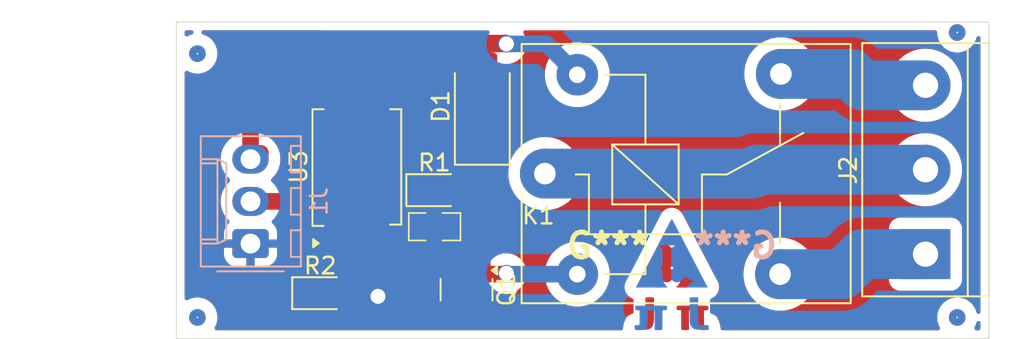
<source format=kicad_pcb>
(kicad_pcb (version 20240108) (generator "pcbnew") (generator_version "8.0")
  (layers (0 "F.Cu" signal) (31 "B.Cu" signal) (34 "B.Paste" user) (35 "F.Paste" user) (36 "B.SilkS" user "B.Silkscreen") (37 "F.SilkS" user "F.Silkscreen") (38 "B.Mask" user) (39 "F.Mask" user) (44 "Edge.Cuts" user))
  (net 0 "")
  (net 1 "+5V")
  (net 2 "Net-(D1-A)")
  (net 3 "GND")
  (net 4 "Net-(J2-Pad1)")
  (net 5 "Net-(J2-Pad2)")
  (net 6 "Net-(J2-Pad3)")
  (net 7 "Net-(Q1-B)")
  (net 8 "Net-(R1-Pad1)")
  (net 9 "Net-(R2-Pad2)")
  (net 10 "Net-(J1-Pad2)")
  (footprint "Package_TO_SOT_SMD:SOT-23" (layer "F.Cu") (at 132.4 122.7925 -90)
    (property "Reference" "Q1" (at 0 -2.4 90) (layer "F.SilkS"))
    (property "Value" "BC337")
    (pad "1" smd roundrect (at -0.9375 -0.95 270) (size 1.475 0.6) (layers "F.Cu" "F.Paste" "F.Mask") (net 2 "Net-(D1-A)"))
    (pad "2" smd roundrect (at -0.9375 0.95 270) (size 1.475 0.6) (layers "F.Cu" "F.Paste" "F.Mask") (net 7 "Net-(Q1-B)"))
    (pad "3" smd roundrect (at 0.9375 0 270) (size 1.475 0.6) (layers "F.Cu" "F.Paste" "F.Mask") (net 3 "GND"))
  )
  (footprint "Relay_THT:Relay_SPDT_SANYOU_SRD_Series_Form_C" (layer "F.Cu") (at 137.115 115.805)
    (property "Reference" "K1" (at -0.39 2.54 0) (layer "F.SilkS"))
    (property "Value" "RELAY_C")
    (pad "1" thru_hole circle (at 0 0 90) (size 3 3) (drill 1.3) (layers "*.Cu" "*.Mask") (net 5 "Net-(J2-Pad2)"))
    (pad "2" thru_hole circle (at 1.95 6.05 90) (size 2.5 2.5) (drill 1) (layers "*.Cu" "*.Mask") (net 2 "Net-(D1-A)"))
    (pad "3" thru_hole circle (at 14.15 6.05 90) (size 3 3) (drill 1.3) (layers "*.Cu" "*.Mask") (net 4 "Net-(J2-Pad1)"))
    (pad "4" thru_hole circle (at 14.2 -6 90) (size 3 3) (drill 1.3) (layers "*.Cu" "*.Mask") (net 6 "Net-(J2-Pad3)"))
    (pad "5" thru_hole circle (at 1.95 -5.95 90) (size 2.5 2.5) (drill 1) (layers "*.Cu" "*.Mask") (net 1 "+5V"))
  )
  (footprint "EESTN5:R_0805" (layer "F.Cu") (at 130.4475 119)
    (property "Reference" "R3" (hide yes))
    (property "Value" "10K" (hide yes))
    (pad "1" smd rect (at -0.9525 0) (size 0.889 1.397) (layers "F.Cu" "F.Paste" "F.Mask") (net 3 "GND"))
    (pad "2" smd rect (at 0.9525 0) (size 0.889 1.397) (layers "F.Cu" "F.Paste" "F.Mask") (net 7 "Net-(Q1-B)"))
  )
  (footprint "Diode_SMD:D_0805_2012Metric" (layer "F.Cu") (at 123.5925 123)
    (property "Reference" "R2" (at 0 -1.65 0) (layer "F.SilkS"))
    (property "Value" "220")
    (pad "1" smd roundrect (at -0.9375 0) (size 0.975 1.4) (layers "F.Cu" "F.Paste" "F.Mask") (net 10 "Net-(J1-Pad2)"))
    (pad "2" smd roundrect (at 0.9375 0) (size 0.975 1.4) (layers "F.Cu" "F.Paste" "F.Mask") (net 9 "Net-(R2-Pad2)"))
  )
  (footprint "Diode_SMD:D_0805_2012Metric" (layer "F.Cu") (at 130.4625 116.8)
    (property "Reference" "R1" (at 0 -1.65 0) (layer "F.SilkS"))
    (property "Value" "1K")
    (pad "1" smd roundrect (at -0.9375 0) (size 0.975 1.4) (layers "F.Cu" "F.Paste" "F.Mask") (net 8 "Net-(R1-Pad1)"))
    (pad "2" smd roundrect (at 0.9375 0) (size 0.975 1.4) (layers "F.Cu" "F.Paste" "F.Mask") (net 7 "Net-(Q1-B)"))
  )
  (footprint "TerminalBlock:TerminalBlock_bornier-3_P5.08mm" (layer "F.Cu") (at 160.02 120.65 90)
    (property "Reference" "J2" (at 5.05 -4.65 90) (layer "F.SilkS"))
    (property "Value" "TB_1X3")
    (pad "1" thru_hole rect (at 0 0 90) (size 3 3) (drill 1.52) (layers "*.Cu" "*.Mask") (net 4 "Net-(J2-Pad1)"))
    (pad "2" thru_hole circle (at 5.08 0 90) (size 3 3) (drill 1.52) (layers "*.Cu" "*.Mask") (net 5 "Net-(J2-Pad2)"))
    (pad "3" thru_hole circle (at 10.16 0 90) (size 3 3) (drill 1.52) (layers "*.Cu" "*.Mask") (net 6 "Net-(J2-Pad3)"))
  )
  (footprint "Package_SO:SSO-4_6.7x5.1mm_P2.54mm_Clearance8mm" (layer "F.Cu") (at 125.8 115.4 90)
    (property "Reference" "U3" (at 0 -3.5 90) (layer "F.SilkS"))
    (property "Value" "PC817")
    (pad "1" smd rect (at -4.75 -1.27 90) (size 1.5 1.5) (layers "F.Cu" "F.Paste" "F.Mask") (net 9 "Net-(R2-Pad2)"))
    (pad "2" smd rect (at -4.75 1.27 90) (size 1.5 1.5) (layers "F.Cu" "F.Paste" "F.Mask") (net 3 "GND"))
    (pad "3" smd rect (at 4.75 1.27 90) (size 1.5 1.5) (layers "F.Cu" "F.Paste" "F.Mask") (net 8 "Net-(R1-Pad1)"))
    (pad "4" smd rect (at 4.75 -1.27 90) (size 1.5 1.5) (layers "F.Cu" "F.Paste" "F.Mask") (net 1 "+5V"))
  )
  (footprint "Diode_SMD:D_SMA" (layer "F.Cu") (at 133.35 111.76 90)
    (property "Reference" "D1" (at 0 -2.5 90) (layer "F.SilkS"))
    (property "Value" "DIODE")
    (pad "1" smd roundrect (at -2 0 90) (size 2.5 1.8) (layers "F.Cu" "F.Paste" "F.Mask") (roundrect_rratio 0.1388888889) (net 2 "Net-(D1-A)"))
    (pad "2" smd roundrect (at 2 0 90) (size 2.5 1.8) (layers "F.Cu" "F.Paste" "F.Mask") (roundrect_rratio 0.1388888889) (net 1 "+5V"))
  )
  (footprint "Imagenes:Logo_Cobre_4.8mm_7mm" (layer "F.Cu") (at 144.72368 121.920666)
    (property "Reference" "G***" (at -3.81 -1.778 360) (layer "F.SilkS") (effects (font (size 1.5 1.5) (thickness 0.3))))
    (property "Value" "LOGO" (hide yes))
    (fp_poly (pts (xy -1.31985 1.327241) (xy -1.299041 1.327452) (xy -1.232725 1.328264) (xy -1.181208 1.329115) (xy -1.142403 1.330189) (xy -1.114221 1.331672) (xy -1.094575 1.333749) (xy -1.081377 1.336605) (xy -1.072539 1.340426) (xy -1.065972 1.345396) (xy -1.062854 1.348405) (xy -1.044416 1.366857) (xy -1.041564 1.888831) (xy -1.040919 2.0482) (xy -1.040846 2.191605) (xy -1.041386 2.319966) (xy -1.042584 2.434197) (xy -1.044482 2.535218) (xy -1.047122 2.623945) (xy -1.050548 2.701295) (xy -1.054803 2.768185) (xy -1.059929 2.825533) (xy -1.065969 2.874256) (xy -1.072966 2.915271) (xy -1.080963 2.949496) (xy -1.090003 2.977846) (xy -1.092787 2.985007) (xy -1.130151 3.063691) (xy -1.173107 3.12761) (xy -1.223544 3.178477) (xy -1.283352 3.218004) (xy -1.354421 3.247904) (xy -1.396421 3.260206) (xy -1.430058 3.266822) (xy -1.475918 3.272915) (xy -1.529333 3.277955) (xy -1.580319 3.281165) (xy -1.624689 3.283725) (xy -1.662818 3.286774) (xy -1.691641 3.29) (xy -1.708091 3.293092) (xy -1.710676 3.29441) (xy -1.720516 3.297058) (xy -1.7444 3.298955) (xy -1.779499 3.300139) (xy -1.822988 3.300647) (xy -1.87204 3.300518) (xy -1.923828 3.299789) (xy -1.975524 3.298498) (xy -2.024303 3.296682) (xy -2.067338 3.294379) (xy -2.101801 3.291628) (xy -2.122555 3.288909) (xy -2.152395 3.282304) (xy -2.175395 3.274967) (xy -2.186675 3.26846) (xy -2.186759 3.268332) (xy -2.191426 3.252295) (xy -2.195039 3.223813) (xy -2.197484 3.187302) (xy -2.198645 3.147181) (xy -2.198408 3.107866) (xy -2.196658 3.073775) (xy -2.19328 3.049323) (xy -2.192526 3.046408) (xy -2.182097 3.010339) (xy -1.933352 3.00491) (xy -1.84696 3.0027) (xy -1.775931 3.000091) (xy -1.718741 2.996922) (xy -1.673867 2.993031) (xy -1.639786 2.988256) (xy -1.614973 2.982436) (xy -1.597905 2.975408) (xy -1.588269 2.968285) (xy -1.584214 2.958921) (xy -1.580557 2.938983) (xy -1.577284 2.907925) (xy -1.574382 2.8652) (xy -1.571836 2.810262) (xy -1.569634 2.742565) (xy -1.567762 2.661562) (xy -1.566206 2.566708) (xy -1.564953 2.457456) (xy -1.563988 2.33326) (xy -1.563299 2.193573) (xy -1.562871 2.037851) (xy -1.562742 1.944056) (xy -1.562167 1.342202) (xy -1.539479 1.333576) (xy -1.523344 1.33088) (xy -1.491823 1.328861) (xy -1.446407 1.327556) (xy -1.388586 1.327004)) (fill solid) (layer "F.Cu"))
    (fp_poly (pts (xy 1.040486 1.825301) (xy 1.158606 1.825482) (xy 1.281273 1.825759) (xy 1.283511 1.825765) (xy 1.432825 1.826196) (xy 1.566073 1.826665) (xy 1.684076 1.827184) (xy 1.787656 1.827765) (xy 1.877635 1.82842) (xy 1.954834 1.82916) (xy 2.020076 1.829997) (xy 2.074181 1.830943) (xy 2.117972 1.832009) (xy 2.152271 1.833208) (xy 2.177899 1.83455) (xy 2.195678 1.836049) (xy 2.206429 1.837715) (xy 2.210256 1.839011) (xy 2.217938 1.844229) (xy 2.223212 1.851517) (xy 2.226529 1.863812) (xy 2.228341 1.88405) (xy 2.229099 1.915169) (xy 2.229255 1.960105) (xy 2.229256 1.962528) (xy 2.228827 2.011433) (xy 2.227382 2.045889) (xy 2.224685 2.068315) (xy 2.2205 2.081133) (xy 2.217266 2.085144) (xy 2.203934 2.090391) (xy 2.178239 2.096129) (xy 2.144648 2.101447) (xy 2.126491 2.103642) (xy 2.070222 2.109852) (xy 2.028586 2.114837) (xy 1.999413 2.119063) (xy 1.980532 2.122994) (xy 1.969773 2.127096) (xy 1.964966 2.131835) (xy 1.96394 2.137674) (xy 1.963969 2.138481) (xy 1.964138 2.149672) (xy 1.96435 2.176046) (xy 1.964598 2.215895) (xy 1.964873 2.267515) (xy 1.965165 2.329199) (xy 1.965468 2.399242) (xy 1.965771 2.475936) (xy 1.966067 2.557577) (xy 1.96608 2.561185) (xy 1.966488 2.65774) (xy 1.967018 2.738739) (xy 1.967711 2.805516) (xy 1.968609 2.859403) (xy 1.969753 2.901732) (xy 1.971185 2.933837) (xy 1.972947 2.957051) (xy 1.975079 2.972705) (xy 1.977624 2.982134) (xy 1.979302 2.98527) (xy 1.986903 2.992561) (xy 1.999309 2.997728) (xy 2.019693 3.001387) (xy 2.05123 3.004155) (xy 2.086965 3.006158) (xy 2.138493 3.009362) (xy 2.175607 3.01423) (xy 2.20078 3.022464) (xy 2.216486 3.035767) (xy 2.225197 3.055842) (xy 2.229388 3.084391) (xy 2.230702 3.105091) (xy 2.23389 3.141827) (xy 2.238882 3.165117) (xy 2.244272 3.172969) (xy 2.253562 3.183748) (xy 2.254297 3.203437) (xy 2.247319 3.226917) (xy 2.233471 3.249065) (xy 2.231367 3.251413) (xy 2.220115 3.262475) (xy 2.208521 3.269934) (xy 2.192802 3.274798) (xy 2.169178 3.278072) (xy 2.133867 3.280762) (xy 2.117064 3.281812) (xy 2.079545 3.284739) (xy 2.04862 3.288346) (xy 2.027966 3.292129) (xy 2.021316 3.29493) (xy 2.012122 3.296818) (xy 2.004782 3.292635) (xy 1.987066 3.286884) (xy 1.969647 3.288391) (xy 1.938221 3.294174) (xy 1.908605 3.296657) (xy 1.886383 3.295559) (xy 1.878823 3.292994) (xy 1.867358 3.290069) (xy 1.842881 3.286774) (xy 1.809249 3.283556) (xy 1.778639 3.281356) (xy 1.731063 3.277538) (xy 1.696184 3.272406) (xy 1.669818 3.265157) (xy 1.651484 3.257002) (xy 1.610964 3.228551) (xy 1.572774 3.189203) (xy 1.542001 3.144725) (xy 1.529557 3.118848) (xy 1.522935 3.097179) (xy 1.517027 3.067028) (xy 1.511774 3.027421) (xy 1.507114 2.977383) (xy 1.502991 2.915939) (xy 1.499343 2.842115) (xy 1.496112 2.754937) (xy 1.493239 2.653429) (xy 1.490663 2.536617) (xy 1.489181 2.455519) (xy 1.487542 2.366779) (xy 1.4859 2.293709) (xy 1.484197 2.235091) (xy 1.482373 2.189706) (xy 1.48037 2.156335) (xy 1.47813 2.13376) (xy 1.475593 2.120764) (xy 1.472836 2.116171) (xy 1.461581 2.114746) (xy 1.436051 2.113046) (xy 1.398852 2.111196) (xy 1.352593 2.109318) (xy 1.299882 2.107538) (xy 1.277868 2.106889) (xy 1.216385 2.105286) (xy 1.169535 2.104468) (xy 1.135079 2.104527) (xy 1.110775 2.105555) (xy 1.094382 2.107644) (xy 1.083662 2.110887) (xy 1.076629 2.115168) (xy 1.07331 2.118149) (xy 1.070464 2.122206) (xy 1.068062 2.128558) (xy 1.066072 2.138419) (xy 1.064467 2.153007) (xy 1.063214 2.173539) (xy 1.062286 2.20123) (xy 1.061652 2.237298) (xy 1.061282 2.282958) (xy 1.061146 2.339428) (xy 1.061214 2.407924) (xy 1.061458 2.489662) (xy 1.061845 2.585859) (xy 1.062347 2.697343) (xy 1.064952 3.266032) (xy 1.039933 3.283847) (xy 1.030764 3.289754) (xy 1.020511 3.294174) (xy 1.006754 3.297306) (xy 0.987072 3.299351) (xy 0.959043 3.30051) (xy 0.920247 3.300983) (xy 0.868263 3.300969) (xy 0.834667 3.300834) (xy 0.762573 3.300036) (xy 0.706911 3.298364) (xy 0.667251 3.295795) (xy 0.643158 3.292305) (xy 0.636323 3.28995) (xy 0.627442 3.285363) (xy 0.619801 3.281381) (xy 0.613307 3.276778) (xy 0.607868 3.270332) (xy 0.60339 3.260818) (xy 0.599781 3.247013) (xy 0.596948 3.227692) (xy 0.594798 3.201631) (xy 0.593239 3.167607) (xy 0.592177 3.124396) (xy 0.591521 3.070774) (xy 0.591176 3.005516) (xy 0.591051 2.9274) (xy 0.591052 2.8352) (xy 0.591087 2.727693) (xy 0.591091 2.693253) (xy 0.591047 2.579751) (xy 0.590901 2.481985) (xy 0.590627 2.398805) (xy 0.590202 2.329059) (xy 0.589602 2.271596) (xy 0.588801 2.225264) (xy 0.587776 2.188912) (xy 0.586503 2.161388) (xy 0.584958 2.141542) (xy 0.583115 2.128222) (xy 0.580951 2.120275) (xy 0.578961 2.117003) (xy 0.567817 2.111295) (xy 0.545975 2.106916) (xy 0.511447 2.103606) (xy 0.46224 2.101103) (xy 0.456075 2.100874) (xy 0.405327 2.098454) (xy 0.369427 2.095265) (xy 0.346342 2.091041) (xy 0.334039 2.085512) (xy 0.33313 2.084687) (xy 0.325972 2.069152) (xy 0.320304 2.038024) (xy 0.316022 1.990714) (xy 0.315607 1.984106) (xy 0.31426 1.925009) (xy 0.31849 1.880838) (xy 0.328589 1.850476) (xy 0.344846 1.83281) (xy 0.356209 1.828176) (xy 0.367151 1.82755) (xy 0.393859 1.82699) (xy 0.435212 1.826502) (xy 0.490087 1.826086) (xy 0.557363 1.825747) (xy 0.635918 1.825488) (xy 0.724629 1.825311) (xy 0.822376 1.825218) (xy 0.928035 1.825214)) (fill solid) (layer "F.Cu"))
    (fp_poly (pts (xy 0.033658 -3.353645) (xy 0.05129 -3.336313) (xy 0.072031 -3.305473) (xy 0.097224 -3.260625) (xy 0.128208 -3.201266) (xy 0.137353 -3.183444) (xy 0.167323 -3.125013) (xy 0.20155 -3.058374) (xy 0.236541 -2.990322) (xy 0.268803 -2.927652) (xy 0.280587 -2.904787) (xy 0.307802 -2.851957) (xy 0.340015 -2.789343) (xy 0.374528 -2.722197) (xy 0.408644 -2.655766) (xy 0.439011 -2.596576) (xy 0.464326 -2.547365) (xy 0.487289 -2.503044) (xy 0.50671 -2.465881) (xy 0.521401 -2.438147) (xy 0.530172 -2.422111) (xy 0.53192 -2.419249) (xy 0.537937 -2.40901) (xy 0.550092 -2.386731) (xy 0.566789 -2.355385) (xy 0.586435 -2.317946) (xy 0.593039 -2.305252) (xy 0.614772 -2.263643) (xy 0.635507 -2.224406) (xy 0.653138 -2.191493) (xy 0.66556 -2.168856) (xy 0.667226 -2.165924) (xy 0.678687 -2.145243) (xy 0.695616 -2.113798) (xy 0.715743 -2.075838) (xy 0.736801 -2.035612) (xy 0.737099 -2.03504) (xy 0.757457 -1.996361) (xy 0.776301 -1.96143) (xy 0.791621 -1.933918) (xy 0.801407 -1.917496) (xy 0.801856 -1.916822) (xy 0.824816 -1.873193) (xy 0.839881 -1.825142) (xy 0.840719 -1.820807) (xy 0.8487 -1.799164) (xy 0.863425 -1.773957) (xy 0.869241 -1.766033) (xy 0.879471 -1.750379) (xy 0.895974 -1.72195) (xy 0.917479 -1.683082) (xy 0.942714 -1.63611) (xy 0.970408 -1.583368) (xy 0.998677 -1.528391) (xy 1.044711 -1.438048) (xy 1.085589 -1.358135) (xy 1.123721 -1.283985) (xy 1.161517 -1.210929) (xy 1.201386 -1.134299) (xy 1.245738 -1.049427) (xy 1.259168 -1.02378) (xy 1.290572 -0.963822) (xy 1.31786 -0.911704) (xy 1.342239 -0.86511) (xy 1.364917 -0.821725) (xy 1.3871 -0.779233) (xy 1.409996 -0.73532) (xy 1.434812 -0.687668) (xy 1.462757 -0.633964) (xy 1.495037 -0.571891) (xy 1.532859 -0.499134) (xy 1.570647 -0.426429) (xy 1.591286 -0.386582) (xy 1.610101 -0.350005) (xy 1.625194 -0.320406) (xy 1.634664 -0.301497) (xy 1.635504 -0.299767) (xy 1.647141 -0.276352) (xy 1.657022 -0.257546) (xy 1.664346 -0.243823) (xy 1.677599 -0.21857) (xy 1.694962 -0.185266) (xy 1.714617 -0.147388) (xy 1.716603 -0.14355) (xy 1.738986 -0.100488) (xy 1.761813 -0.056887) (xy 1.782276 -0.018097) (xy 1.796437 0.008444) (xy 1.826323 0.064288) (xy 1.862396 0.132345) (xy 1.903163 0.209786) (xy 1.947131 0.293785) (xy 1.953232 0.305475) (xy 1.973786 0.344362) (xy 1.993624 0.381002) (xy 2.010303 0.410931) (xy 2.020266 0.427915) (xy 2.03356 0.451295) (xy 2.05051 0.483738) (xy 2.067828 0.518913) (xy 2.070779 0.525151) (xy 2.090466 0.564066) (xy 2.113369 0.604954) (xy 2.134702 0.639291) (xy 2.135717 0.640795) (xy 2.15831 0.677748) (xy 2.168599 0.704382) (xy 2.16682 0.721689) (xy 2.15679 0.729516) (xy 2.14628 0.730379) (xy 2.120293 0.731198) (xy 2.080237 0.731958) (xy 2.027522 0.732648) (xy 1.963558 0.733255) (xy 1.889756 0.733768) (xy 1.807525 0.734174) (xy 1.718275 0.734461) (xy 1.623416 0.734616) (xy 1.566249 0.734641) (xy 1.468574 0.734732) (xy 1.375534 0.734994) (xy 1.288559 0.735413) (xy 1.209078 0.735973) (xy 1.138521 0.736659) (xy 1.078319 0.737456) (xy 1.029901 0.738348) (xy 0.994696 0.739321) (xy 0.974135 0.740359) (xy 0.969516 0.740974) (xy 0.956825 0.742303) (xy 0.929259 0.743313) (xy 0.888827 0.74399) (xy 0.837539 0.744323) (xy 0.777405 0.744297) (xy 0.710436 0.743902) (xy 0.638641 0.743123) (xy 0.635835 0.743085) (xy 0.54584 0.741693) (xy 0.471857 0.740133) (xy 0.413008 0.738367) (xy 0.368419 0.736356) (xy 0.337212 0.734062) (xy 0.318511 0.731448) (xy 0.311776 0.728926) (xy 0.304973 0.711151) (xy 0.313608 0.687203) (xy 0.337519 0.657382) (xy 0.363653 0.632831) (xy 0.417856 0.576652) (xy 0.465861 0.509061) (xy 0.504684 0.435146) (xy 0.531337 0.359993) (xy 0.536385 0.338593) (xy 0.543979 0.303027) (xy 0.551821 0.268154) (xy 0.556882 0.24694) (xy 0.567779 0.192745) (xy 0.577004 0.125704) (xy 0.584191 0.049808) (xy 0.588973 -0.030952) (xy 0.590983 -0.112584) (xy 0.591023 -0.12438) (xy 0.591527 -0.18781) (xy 0.593436 -0.236873) (xy 0.597445 -0.274076) (xy 0.604248 -0.301926) (xy 0.614542 -0.32293) (xy 0.629021 -0.339594) (xy 0.64838 -0.354426) (xy 0.656217 -0.359509) (xy 0.686769 -0.37975) (xy 0.705288 -0.39532) (xy 0.71463 -0.409519) (xy 0.717651 -0.425647) (xy 0.717753 -0.430616) (xy 0.715037 -0.445086) (xy 0.705383 -0.461077) (xy 0.686526 -0.481535) (xy 0.659299 -0.506657) (xy 0.632733 -0.531138) (xy 0.61091 -0.552861) (xy 0.597112 -0.568489) (xy 0.594351 -0.572738) (xy 0.591616 -0.586417) (xy 0.589019 -0.613084) (xy 0.586859 -0.648843) (xy 0.585473 -0.688198) (xy 0.584878 -0.71289) (xy 0.584383 -0.733686) (xy 0.584005 -0.752311) (xy 0.58376 -0.77049) (xy 0.583663 -0.789949) (xy 0.583729 -0.812412) (xy 0.583976 -0.839605) (xy 0.584419 -0.873253) (xy 0.585074 -0.915082) (xy 0.585956 -0.966817) (xy 0.587082 -1.030182) (xy 0.588467 -1.106904) (xy 0.590128 -1.198708) (xy 0.590211 -1.203291) (xy 0.591846 -1.296347) (xy 0.593369 -1.374242) (xy 0.595179 -1.438698) (xy 0.597679 -1.491434) (xy 0.601269 -1.534171) (xy 0.606352 -1.568629) (xy 0.613327 -1.596528) (xy 0.622598 -1.619589) (xy 0.634564 -1.639532) (xy 0.649628 -1.658077) (xy 0.66819 -1.676944) (xy 0.690652 -1.697854) (xy 0.709661 -1.715322) (xy 0.740299 -1.744422) (xy 0.765553 -1.769865) (xy 0.783227 -1.789325) (xy 0.791121 -1.800475) (xy 0.791288 -1.801768) (xy 0.781878 -1.80491) (xy 0.757021 -1.807005) (xy 0.718128 -1.807995) (xy 0.666611 -1.807823) (xy 0.649686 -1.807551) (xy 0.608351 -1.806916) (xy 0.553147 -1.806267) (xy 0.487093 -1.805631) (xy 0.413209 -1.80503) (xy 0.334515 -1.804491) (xy 0.254028 -1.804039) (xy 0.185772 -1.803737) (xy 0.113007 -1.803287) (xy 0.045354 -1.802535) (xy -0.015283 -1.801527) (xy -0.066998 -1.80031) (xy -0.107886 -1.79893) (xy -0.136043 -1.797432) (xy -0.149564 -1.795864) (xy -0.150302 -1.795574) (xy -0.153551 -1.786106) (xy -0.142757 -1.772515) (xy -0.119766 -1.756406) (xy -0.086423 -1.739384) (xy -0.084845 -1.738682) (xy -0.049158 -1.719461) (xy -0.020256 -1.694913) (xy 0.005284 -1.661359) (xy 0.030884 -1.615116) (xy 0.031832 -1.613204) (xy 0.063331 -1.549501) (xy 0.063331 -1.085073) (xy 0.063375 -0.981296) (xy 0.063373 -0.892933) (xy 0.063129 -0.818512) (xy 0.062444 -0.75656) (xy 0.061122 -0.705605) (xy 0.058965 -0.664173) (xy 0.055774 -0.630792) (xy 0.051354 -0.603988) (xy 0.045505 -0.582289) (xy 0.038031 -0.564223) (xy 0.028733 -0.548315) (xy 0.017415 -0.533095) (xy 0.003878 -0.517087) (xy -0.012074 -0.498821) (xy -0.015907 -0.494376) (xy -0.037219 -0.468323) (xy -0.054128 -0.445384) (xy -0.063461 -0.42991) (xy -0.064068 -0.428329) (xy -0.062301 -0.408487) (xy -0.046319 -0.389828) (xy -0.018739 -0.374946) (xy -0.006132 -0.37092) (xy 0.020649 -0.360269) (xy 0.043266 -0.34572) (xy 0.046028 -0.343171) (xy 0.051953 -0.336558) (xy 0.056561 -0.32859) (xy 0.06009 -0.317079) (xy 0.062778 -0.29984) (xy 0.064865 -0.274686) (xy 0.066588 -0.239429) (xy 0.068187 -0.191884) (xy 0.0699 -0.129864) (xy 0.070089 -0.122664) (xy 0.071837 -0.034027) (xy 0.071744 0.039863) (xy 0.069441 0.10108) (xy 0.06456 0.151702) (xy 0.056732 0.193804) (xy 0.045586 0.229462) (xy 0.030755 0.260752) (xy 0.011868 0.289751) (xy -0.007559 0.314044) (xy -0.031281 0.335681) (xy -0.064789 0.358637) (xy -0.103335 0.380419) (xy -0.142171 0.398537) (xy -0.176548 0.410499) (xy -0.197991 0.413965) (xy -0.224792 0.416136) (xy -0.253547 0.421091) (xy -0.254032 0.421203) (xy -0.301886 0.424761) (xy -0.357524 0.416105) (xy -0.418283 0.396289) (xy -0.481499 0.366368) (xy -0.544507 0.327396) (xy -0.600345 0.284159) (xy -0.638414 0.249027) (xy -0.666455 0.216738) (xy -0.689097 0.181744) (xy -0.695323 0.170278) (xy -0.711486 0.141801) (xy -0.72634 0.119566) (xy -0.737121 0.107635) (xy -0.738553 0.106839) (xy -0.751323 0.108608) (xy -0.773939 0.117593) (xy -0.801979 0.131973) (xy -0.808102 0.135483) (xy -0.835974 0.151281) (xy -0.858329 0.163045) (xy -0.871131 0.168676) (xy -0.872265 0.168883) (xy -0.883175 0.172163) (xy -0.90431 0.180667) (xy -0.925425 0.189994) (xy -0.950526 0.201198) (xy -0.96883 0.208853) (xy -0.975514 0.211104) (xy -0.984511 0.214368) (xy -1.004889 0.223033) (xy -1.032701 0.235407) (xy -1.040705 0.239042) (xy -1.078175 0.256041) (xy -1.122791 0.276147) (xy -1.166259 0.295627) (xy -1.175847 0.299905) (xy -1.215951 0.319226) (xy -1.240393 0.335105) (xy -1.24975 0.34875) (xy -1.244595 0.361368) (xy -1.225503 0.374165) (xy -1.213846 0.379715) (xy -1.185 0.395208) (xy -1.155779 0.41685) (xy -1.123739 0.446846) (xy -1.086438 0.487398) (xy -1.05931 0.519153) (xy -1.028734 0.55311) (xy -0.994787 0.586812) (xy -0.963033 0.614865) (xy -0.951089 0.624102) (xy -0.924486 0.64414) (xy -0.902568 0.661997) (xy -0.889681 0.674117) (xy -0.889015 0.674929) (xy -0.879762 0.695216) (xy -0.880197 0.715066) (xy -0.889856 0.72811) (xy -0.892969 0.729376) (xy -0.903691 0.73013) (xy -0.929908 0.730915) (xy -0.970225 0.731715) (xy -1.023247 0.732514) (xy -1.08758 0.733296) (xy -1.161831 0.734045) (xy -1.244603 0.734747) (xy -1.334505 0.735383) (xy -1.43014 0.73594) (xy -1.500711 0.736278) (xy -2.093677 0.738863) (xy -2.112003 0.720538) (xy -2.130329 0.702213) (xy -2.095103 0.650607) (xy -2.082379 0.631708) (xy -2.070402 0.613146) (xy -2.058206 0.593144) (xy -2.044825 0.569928) (xy -2.029294 0.54172) (xy -2.010646 0.506747) (xy -1.987915 0.463231) (xy -1.960137 0.409398) (xy -1.926345 0.343471) (xy -1.899692 0.291323) (xy -1.86825 0.229831) (xy -1.83623 0.167329) (xy -1.805345 0.107152) (xy -1.777307 0.052632) (xy -1.753827 0.007101) (xy -1.739216 -0.02111) (xy -1.713356 -0.07094) (xy -1.684244 -0.127134) (xy -1.655837 -0.182045) (xy -1.636469 -0.219548) (xy -1.604179 -0.282024) (xy -1.568551 -0.350756) (xy -1.530835 -0.423353) (xy -1.492278 -0.497422) (xy -1.454128 -0.570573) (xy -1.417634 -0.640415) (xy -1.384042 -0.704557) (xy -1.354602 -0.760608) (xy -1.330562 -0.806176) (xy -1.314722 -0.835971) (xy -1.297534 -0.868354) (xy -1.275398 -0.910436) (xy -1.2511 -0.956901) (xy -1.227427 -1.002434) (xy -1.226174 -1.004854) (xy -1.200147 -1.05503) (xy -1.170984 -1.111122) (xy -1.142456 -1.165882) (xy -1.120716 -1.207513) (xy -1.094894 -1.257022) (xy -1.065612 -1.313385) (xy -1.037073 -1.368507) (xy -1.019936 -1.401729) (xy -0.995417 -1.449259) (xy -0.968319 -1.501627) (xy -0.942379 -1.551616) (xy -0.925896 -1.583278) (xy -0.868597 -1.693167) (xy -0.818195 -1.78997) (xy -0.773724 -1.875546) (xy -0.734219 -1.951756) (xy -0.698716 -2.020461) (xy -0.666249 -2.083519) (xy -0.649957 -2.115259) (xy -0.623864 -2.165992) (xy -0.597541 -2.216896) (xy -0.573066 -2.263972) (xy -0.552517 -2.303218) (xy -0.540264 -2.326363) (xy -0.521428 -2.361849) (xy -0.49804 -2.40625) (xy -0.473299 -2.453475) (xy -0.453734 -2.491024) (xy -0.428358 -2.539881) (xy -0.399776 -2.59491) (xy -0.372043 -2.648308) (xy -0.355055 -2.681017) (xy -0.314447 -2.759176) (xy -0.280483 -2.82447) (xy -0.252045 -2.87903) (xy -0.228015 -2.924992) (xy -0.207278 -2.964487) (xy -0.188714 -2.99965) (xy -0.171208 -3.032615) (xy -0.156054 -3.061004) (xy -0.131334 -3.107647) (xy -0.10291 -3.161946) (xy -0.074657 -3.216464) (xy -0.054795 -3.255219) (xy -0.032595 -3.297912) (xy -0.01399 -3.329603) (xy 0.002359 -3.349789) (xy 0.017795 -3.35797)) (fill solid) (layer "F.Cu"))
  )
  (footprint "Imagenes:Logo_Cobre_4.8mm_7mm" (layer "B.Cu") (at 144.78 121.92 180)
    (property "Reference" "G***" (at -3.81 1.778 180) (layer "B.SilkS") (effects (font (size 1.5 1.5) (thickness 0.3)) (justify mirror)))
    (property "Value" "LOGO" (hide yes))
    (fp_poly (pts (xy -1.31985 -1.327241) (xy -1.299041 -1.327452) (xy -1.232725 -1.328264) (xy -1.181208 -1.329115) (xy -1.142403 -1.330189) (xy -1.114221 -1.331672) (xy -1.094575 -1.333749) (xy -1.081377 -1.336605) (xy -1.072539 -1.340426) (xy -1.065972 -1.345396) (xy -1.062854 -1.348405) (xy -1.044416 -1.366857) (xy -1.041564 -1.888831) (xy -1.040919 -2.0482) (xy -1.040846 -2.191605) (xy -1.041386 -2.319966) (xy -1.042584 -2.434197) (xy -1.044482 -2.535218) (xy -1.047122 -2.623945) (xy -1.050548 -2.701295) (xy -1.054803 -2.768185) (xy -1.059929 -2.825533) (xy -1.065969 -2.874256) (xy -1.072966 -2.915271) (xy -1.080963 -2.949496) (xy -1.090003 -2.977846) (xy -1.092787 -2.985007) (xy -1.130151 -3.063691) (xy -1.173107 -3.12761) (xy -1.223544 -3.178477) (xy -1.283352 -3.218004) (xy -1.354421 -3.247904) (xy -1.396421 -3.260206) (xy -1.430058 -3.266822) (xy -1.475918 -3.272915) (xy -1.529333 -3.277955) (xy -1.580319 -3.281165) (xy -1.624689 -3.283725) (xy -1.662818 -3.286774) (xy -1.691641 -3.29) (xy -1.708091 -3.293092) (xy -1.710676 -3.29441) (xy -1.720516 -3.297058) (xy -1.7444 -3.298955) (xy -1.779499 -3.300139) (xy -1.822988 -3.300647) (xy -1.87204 -3.300518) (xy -1.923828 -3.299789) (xy -1.975524 -3.298498) (xy -2.024303 -3.296682) (xy -2.067338 -3.294379) (xy -2.101801 -3.291628) (xy -2.122555 -3.288909) (xy -2.152395 -3.282304) (xy -2.175395 -3.274967) (xy -2.186675 -3.26846) (xy -2.186759 -3.268332) (xy -2.191426 -3.252295) (xy -2.195039 -3.223813) (xy -2.197484 -3.187302) (xy -2.198645 -3.147181) (xy -2.198408 -3.107866) (xy -2.196658 -3.073775) (xy -2.19328 -3.049323) (xy -2.192526 -3.046408) (xy -2.182097 -3.010339) (xy -1.933352 -3.00491) (xy -1.84696 -3.0027) (xy -1.775931 -3.000091) (xy -1.718741 -2.996922) (xy -1.673867 -2.993031) (xy -1.639786 -2.988256) (xy -1.614973 -2.982436) (xy -1.597905 -2.975408) (xy -1.588269 -2.968285) (xy -1.584214 -2.958921) (xy -1.580557 -2.938983) (xy -1.577284 -2.907925) (xy -1.574382 -2.8652) (xy -1.571836 -2.810262) (xy -1.569634 -2.742565) (xy -1.567762 -2.661562) (xy -1.566206 -2.566708) (xy -1.564953 -2.457456) (xy -1.563988 -2.33326) (xy -1.563299 -2.193573) (xy -1.562871 -2.037851) (xy -1.562742 -1.944056) (xy -1.562167 -1.342202) (xy -1.539479 -1.333576) (xy -1.523344 -1.33088) (xy -1.491823 -1.328861) (xy -1.446407 -1.327556) (xy -1.388586 -1.327004)) (fill solid) (layer "B.Cu"))
    (fp_poly (pts (xy 1.040486 -1.825301) (xy 1.158606 -1.825482) (xy 1.281273 -1.825759) (xy 1.283511 -1.825765) (xy 1.432825 -1.826196) (xy 1.566073 -1.826665) (xy 1.684076 -1.827184) (xy 1.787656 -1.827765) (xy 1.877635 -1.82842) (xy 1.954834 -1.82916) (xy 2.020076 -1.829997) (xy 2.074181 -1.830943) (xy 2.117972 -1.832009) (xy 2.152271 -1.833208) (xy 2.177899 -1.83455) (xy 2.195678 -1.836049) (xy 2.206429 -1.837715) (xy 2.210256 -1.839011) (xy 2.217938 -1.844229) (xy 2.223212 -1.851517) (xy 2.226529 -1.863812) (xy 2.228341 -1.88405) (xy 2.229099 -1.915169) (xy 2.229255 -1.960105) (xy 2.229256 -1.962528) (xy 2.228827 -2.011433) (xy 2.227382 -2.045889) (xy 2.224685 -2.068315) (xy 2.2205 -2.081133) (xy 2.217266 -2.085144) (xy 2.203934 -2.090391) (xy 2.178239 -2.096129) (xy 2.144648 -2.101447) (xy 2.126491 -2.103642) (xy 2.070222 -2.109852) (xy 2.028586 -2.114837) (xy 1.999413 -2.119063) (xy 1.980532 -2.122994) (xy 1.969773 -2.127096) (xy 1.964966 -2.131835) (xy 1.96394 -2.137674) (xy 1.963969 -2.138481) (xy 1.964138 -2.149672) (xy 1.96435 -2.176046) (xy 1.964598 -2.215895) (xy 1.964873 -2.267515) (xy 1.965165 -2.329199) (xy 1.965468 -2.399242) (xy 1.965771 -2.475936) (xy 1.966067 -2.557577) (xy 1.96608 -2.561185) (xy 1.966488 -2.65774) (xy 1.967018 -2.738739) (xy 1.967711 -2.805516) (xy 1.968609 -2.859403) (xy 1.969753 -2.901732) (xy 1.971185 -2.933837) (xy 1.972947 -2.957051) (xy 1.975079 -2.972705) (xy 1.977624 -2.982134) (xy 1.979302 -2.98527) (xy 1.986903 -2.992561) (xy 1.999309 -2.997728) (xy 2.019693 -3.001387) (xy 2.05123 -3.004155) (xy 2.086965 -3.006158) (xy 2.138493 -3.009362) (xy 2.175607 -3.01423) (xy 2.20078 -3.022464) (xy 2.216486 -3.035767) (xy 2.225197 -3.055842) (xy 2.229388 -3.084391) (xy 2.230702 -3.105091) (xy 2.23389 -3.141827) (xy 2.238882 -3.165117) (xy 2.244272 -3.172969) (xy 2.253562 -3.183748) (xy 2.254297 -3.203437) (xy 2.247319 -3.226917) (xy 2.233471 -3.249065) (xy 2.231367 -3.251413) (xy 2.220115 -3.262475) (xy 2.208521 -3.269934) (xy 2.192802 -3.274798) (xy 2.169178 -3.278072) (xy 2.133867 -3.280762) (xy 2.117064 -3.281812) (xy 2.079545 -3.284739) (xy 2.04862 -3.288346) (xy 2.027966 -3.292129) (xy 2.021316 -3.29493) (xy 2.012122 -3.296818) (xy 2.004782 -3.292635) (xy 1.987066 -3.286884) (xy 1.969647 -3.288391) (xy 1.938221 -3.294174) (xy 1.908605 -3.296657) (xy 1.886383 -3.295559) (xy 1.878823 -3.292994) (xy 1.867358 -3.290069) (xy 1.842881 -3.286774) (xy 1.809249 -3.283556) (xy 1.778639 -3.281356) (xy 1.731063 -3.277538) (xy 1.696184 -3.272406) (xy 1.669818 -3.265157) (xy 1.651484 -3.257002) (xy 1.610964 -3.228551) (xy 1.572774 -3.189203) (xy 1.542001 -3.144725) (xy 1.529557 -3.118848) (xy 1.522935 -3.097179) (xy 1.517027 -3.067028) (xy 1.511774 -3.027421) (xy 1.507114 -2.977383) (xy 1.502991 -2.915939) (xy 1.499343 -2.842115) (xy 1.496112 -2.754937) (xy 1.493239 -2.653429) (xy 1.490663 -2.536617) (xy 1.489181 -2.455519) (xy 1.487542 -2.366779) (xy 1.4859 -2.293709) (xy 1.484197 -2.235091) (xy 1.482373 -2.189706) (xy 1.48037 -2.156335) (xy 1.47813 -2.13376) (xy 1.475593 -2.120764) (xy 1.472836 -2.116171) (xy 1.461581 -2.114746) (xy 1.436051 -2.113046) (xy 1.398852 -2.111196) (xy 1.352593 -2.109318) (xy 1.299882 -2.107538) (xy 1.277868 -2.106889) (xy 1.216385 -2.105286) (xy 1.169535 -2.104468) (xy 1.135079 -2.104527) (xy 1.110775 -2.105555) (xy 1.094382 -2.107644) (xy 1.083662 -2.110887) (xy 1.076629 -2.115168) (xy 1.07331 -2.118149) (xy 1.070464 -2.122206) (xy 1.068062 -2.128558) (xy 1.066072 -2.138419) (xy 1.064467 -2.153007) (xy 1.063214 -2.173539) (xy 1.062286 -2.20123) (xy 1.061652 -2.237298) (xy 1.061282 -2.282958) (xy 1.061146 -2.339428) (xy 1.061214 -2.407924) (xy 1.061458 -2.489662) (xy 1.061845 -2.585859) (xy 1.062347 -2.697343) (xy 1.064952 -3.266032) (xy 1.039933 -3.283847) (xy 1.030764 -3.289754) (xy 1.020511 -3.294174) (xy 1.006754 -3.297306) (xy 0.987072 -3.299351) (xy 0.959043 -3.30051) (xy 0.920247 -3.300983) (xy 0.868263 -3.300969) (xy 0.834667 -3.300834) (xy 0.762573 -3.300036) (xy 0.706911 -3.298364) (xy 0.667251 -3.295795) (xy 0.643158 -3.292305) (xy 0.636323 -3.28995) (xy 0.627442 -3.285363) (xy 0.619801 -3.281381) (xy 0.613307 -3.276778) (xy 0.607868 -3.270332) (xy 0.60339 -3.260818) (xy 0.599781 -3.247013) (xy 0.596948 -3.227692) (xy 0.594798 -3.201631) (xy 0.593239 -3.167607) (xy 0.592177 -3.124396) (xy 0.591521 -3.070774) (xy 0.591176 -3.005516) (xy 0.591051 -2.9274) (xy 0.591052 -2.8352) (xy 0.591087 -2.727693) (xy 0.591091 -2.693253) (xy 0.591047 -2.579751) (xy 0.590901 -2.481985) (xy 0.590627 -2.398805) (xy 0.590202 -2.329059) (xy 0.589602 -2.271596) (xy 0.588801 -2.225264) (xy 0.587776 -2.188912) (xy 0.586503 -2.161388) (xy 0.584958 -2.141542) (xy 0.583115 -2.128222) (xy 0.580951 -2.120275) (xy 0.578961 -2.117003) (xy 0.567817 -2.111295) (xy 0.545975 -2.106916) (xy 0.511447 -2.103606) (xy 0.46224 -2.101103) (xy 0.456075 -2.100874) (xy 0.405327 -2.098454) (xy 0.369427 -2.095265) (xy 0.346342 -2.091041) (xy 0.334039 -2.085512) (xy 0.33313 -2.084687) (xy 0.325972 -2.069152) (xy 0.320304 -2.038024) (xy 0.316022 -1.990714) (xy 0.315607 -1.984106) (xy 0.31426 -1.925009) (xy 0.31849 -1.880838) (xy 0.328589 -1.850476) (xy 0.344846 -1.83281) (xy 0.356209 -1.828176) (xy 0.367151 -1.82755) (xy 0.393859 -1.82699) (xy 0.435212 -1.826502) (xy 0.490087 -1.826086) (xy 0.557363 -1.825747) (xy 0.635918 -1.825488) (xy 0.724629 -1.825311) (xy 0.822376 -1.825218) (xy 0.928035 -1.825214)) (fill solid) (layer "B.Cu"))
    (fp_poly (pts (xy 0.033658 3.353645) (xy 0.05129 3.336313) (xy 0.072031 3.305473) (xy 0.097224 3.260625) (xy 0.128208 3.201266) (xy 0.137353 3.183444) (xy 0.167323 3.125013) (xy 0.20155 3.058374) (xy 0.236541 2.990322) (xy 0.268803 2.927652) (xy 0.280587 2.904787) (xy 0.307802 2.851957) (xy 0.340015 2.789343) (xy 0.374528 2.722197) (xy 0.408644 2.655766) (xy 0.439011 2.596576) (xy 0.464326 2.547365) (xy 0.487289 2.503044) (xy 0.50671 2.465881) (xy 0.521401 2.438147) (xy 0.530172 2.422111) (xy 0.53192 2.419249) (xy 0.537937 2.40901) (xy 0.550092 2.386731) (xy 0.566789 2.355385) (xy 0.586435 2.317946) (xy 0.593039 2.305252) (xy 0.614772 2.263643) (xy 0.635507 2.224406) (xy 0.653138 2.191493) (xy 0.66556 2.168856) (xy 0.667226 2.165924) (xy 0.678687 2.145243) (xy 0.695616 2.113798) (xy 0.715743 2.075838) (xy 0.736801 2.035612) (xy 0.737099 2.03504) (xy 0.757457 1.996361) (xy 0.776301 1.96143) (xy 0.791621 1.933918) (xy 0.801407 1.917496) (xy 0.801856 1.916822) (xy 0.824816 1.873193) (xy 0.839881 1.825142) (xy 0.840719 1.820807) (xy 0.8487 1.799164) (xy 0.863425 1.773957) (xy 0.869241 1.766033) (xy 0.879471 1.750379) (xy 0.895974 1.72195) (xy 0.917479 1.683082) (xy 0.942714 1.63611) (xy 0.970408 1.583368) (xy 0.998677 1.528391) (xy 1.044711 1.438048) (xy 1.085589 1.358135) (xy 1.123721 1.283985) (xy 1.161517 1.210929) (xy 1.201386 1.134299) (xy 1.245738 1.049427) (xy 1.259168 1.02378) (xy 1.290572 0.963822) (xy 1.31786 0.911704) (xy 1.342239 0.86511) (xy 1.364917 0.821725) (xy 1.3871 0.779233) (xy 1.409996 0.73532) (xy 1.434812 0.687668) (xy 1.462757 0.633964) (xy 1.495037 0.571891) (xy 1.532859 0.499134) (xy 1.570647 0.426429) (xy 1.591286 0.386582) (xy 1.610101 0.350005) (xy 1.625194 0.320406) (xy 1.634664 0.301497) (xy 1.635504 0.299767) (xy 1.647141 0.276352) (xy 1.657022 0.257546) (xy 1.664346 0.243823) (xy 1.677599 0.21857) (xy 1.694962 0.185266) (xy 1.714617 0.147388) (xy 1.716603 0.14355) (xy 1.738986 0.100488) (xy 1.761813 0.056887) (xy 1.782276 0.018097) (xy 1.796437 -0.008444) (xy 1.826323 -0.064288) (xy 1.862396 -0.132345) (xy 1.903163 -0.209786) (xy 1.947131 -0.293785) (xy 1.953232 -0.305475) (xy 1.973786 -0.344362) (xy 1.993624 -0.381002) (xy 2.010303 -0.410931) (xy 2.020266 -0.427915) (xy 2.03356 -0.451295) (xy 2.05051 -0.483738) (xy 2.067828 -0.518913) (xy 2.070779 -0.525151) (xy 2.090466 -0.564066) (xy 2.113369 -0.604954) (xy 2.134702 -0.639291) (xy 2.135717 -0.640795) (xy 2.15831 -0.677748) (xy 2.168599 -0.704382) (xy 2.16682 -0.721689) (xy 2.15679 -0.729516) (xy 2.14628 -0.730379) (xy 2.120293 -0.731198) (xy 2.080237 -0.731958) (xy 2.027522 -0.732648) (xy 1.963558 -0.733255) (xy 1.889756 -0.733768) (xy 1.807525 -0.734174) (xy 1.718275 -0.734461) (xy 1.623416 -0.734616) (xy 1.566249 -0.734641) (xy 1.468574 -0.734732) (xy 1.375534 -0.734994) (xy 1.288559 -0.735413) (xy 1.209078 -0.735973) (xy 1.138521 -0.736659) (xy 1.078319 -0.737456) (xy 1.029901 -0.738348) (xy 0.994696 -0.739321) (xy 0.974135 -0.740359) (xy 0.969516 -0.740974) (xy 0.956825 -0.742303) (xy 0.929259 -0.743313) (xy 0.888827 -0.74399) (xy 0.837539 -0.744323) (xy 0.777405 -0.744297) (xy 0.710436 -0.743902) (xy 0.638641 -0.743123) (xy 0.635835 -0.743085) (xy 0.54584 -0.741693) (xy 0.471857 -0.740133) (xy 0.413008 -0.738367) (xy 0.368419 -0.736356) (xy 0.337212 -0.734062) (xy 0.318511 -0.731448) (xy 0.311776 -0.728926) (xy 0.304973 -0.711151) (xy 0.313608 -0.687203) (xy 0.337519 -0.657382) (xy 0.363653 -0.632831) (xy 0.417856 -0.576652) (xy 0.465861 -0.509061) (xy 0.504684 -0.435146) (xy 0.531337 -0.359993) (xy 0.536385 -0.338593) (xy 0.543979 -0.303027) (xy 0.551821 -0.268154) (xy 0.556882 -0.24694) (xy 0.567779 -0.192745) (xy 0.577004 -0.125704) (xy 0.584191 -0.049808) (xy 0.588973 0.030952) (xy 0.590983 0.112584) (xy 0.591023 0.12438) (xy 0.591527 0.18781) (xy 0.593436 0.236873) (xy 0.597445 0.274076) (xy 0.604248 0.301926) (xy 0.614542 0.32293) (xy 0.629021 0.339594) (xy 0.64838 0.354426) (xy 0.656217 0.359509) (xy 0.686769 0.37975) (xy 0.705288 0.39532) (xy 0.71463 0.409519) (xy 0.717651 0.425647) (xy 0.717753 0.430616) (xy 0.715037 0.445086) (xy 0.705383 0.461077) (xy 0.686526 0.481535) (xy 0.659299 0.506657) (xy 0.632733 0.531138) (xy 0.61091 0.552861) (xy 0.597112 0.568489) (xy 0.594351 0.572738) (xy 0.591616 0.586417) (xy 0.589019 0.613084) (xy 0.586859 0.648843) (xy 0.585473 0.688198) (xy 0.584878 0.71289) (xy 0.584383 0.733686) (xy 0.584005 0.752311) (xy 0.58376 0.77049) (xy 0.583663 0.789949) (xy 0.583729 0.812412) (xy 0.583976 0.839605) (xy 0.584419 0.873253) (xy 0.585074 0.915082) (xy 0.585956 0.966817) (xy 0.587082 1.030182) (xy 0.588467 1.106904) (xy 0.590128 1.198708) (xy 0.590211 1.203291) (xy 0.591846 1.296347) (xy 0.593369 1.374242) (xy 0.595179 1.438698) (xy 0.597679 1.491434) (xy 0.601269 1.534171) (xy 0.606352 1.568629) (xy 0.613327 1.596528) (xy 0.622598 1.619589) (xy 0.634564 1.639532) (xy 0.649628 1.658077) (xy 0.66819 1.676944) (xy 0.690652 1.697854) (xy 0.709661 1.715322) (xy 0.740299 1.744422) (xy 0.765553 1.769865) (xy 0.783227 1.789325) (xy 0.791121 1.800475) (xy 0.791288 1.801768) (xy 0.781878 1.80491) (xy 0.757021 1.807005) (xy 0.718128 1.807995) (xy 0.666611 1.807823) (xy 0.649686 1.807551) (xy 0.608351 1.806916) (xy 0.553147 1.806267) (xy 0.487093 1.805631) (xy 0.413209 1.80503) (xy 0.334515 1.804491) (xy 0.254028 1.804039) (xy 0.185772 1.803737) (xy 0.113007 1.803287) (xy 0.045354 1.802535) (xy -0.015283 1.801527) (xy -0.066998 1.80031) (xy -0.107886 1.79893) (xy -0.136043 1.797432) (xy -0.149564 1.795864) (xy -0.150302 1.795574) (xy -0.153551 1.786106) (xy -0.142757 1.772515) (xy -0.119766 1.756406) (xy -0.086423 1.739384) (xy -0.084845 1.738682) (xy -0.049158 1.719461) (xy -0.020256 1.694913) (xy 0.005284 1.661359) (xy 0.030884 1.615116) (xy 0.031832 1.613204) (xy 0.063331 1.549501) (xy 0.063331 1.085073) (xy 0.063375 0.981296) (xy 0.063373 0.892933) (xy 0.063129 0.818512) (xy 0.062444 0.75656) (xy 0.061122 0.705605) (xy 0.058965 0.664173) (xy 0.055774 0.630792) (xy 0.051354 0.603988) (xy 0.045505 0.582289) (xy 0.038031 0.564223) (xy 0.028733 0.548315) (xy 0.017415 0.533095) (xy 0.003878 0.517087) (xy -0.012074 0.498821) (xy -0.015907 0.494376) (xy -0.037219 0.468323) (xy -0.054128 0.445384) (xy -0.063461 0.42991) (xy -0.064068 0.428329) (xy -0.062301 0.408487) (xy -0.046319 0.389828) (xy -0.018739 0.374946) (xy -0.006132 0.37092) (xy 0.020649 0.360269) (xy 0.043266 0.34572) (xy 0.046028 0.343171) (xy 0.051953 0.336558) (xy 0.056561 0.32859) (xy 0.06009 0.317079) (xy 0.062778 0.29984) (xy 0.064865 0.274686) (xy 0.066588 0.239429) (xy 0.068187 0.191884) (xy 0.0699 0.129864) (xy 0.070089 0.122664) (xy 0.071837 0.034027) (xy 0.071744 -0.039863) (xy 0.069441 -0.10108) (xy 0.06456 -0.151702) (xy 0.056732 -0.193804) (xy 0.045586 -0.229462) (xy 0.030755 -0.260752) (xy 0.011868 -0.289751) (xy -0.007559 -0.314044) (xy -0.031281 -0.335681) (xy -0.064789 -0.358637) (xy -0.103335 -0.380419) (xy -0.142171 -0.398537) (xy -0.176548 -0.410499) (xy -0.197991 -0.413965) (xy -0.224792 -0.416136) (xy -0.253547 -0.421091) (xy -0.254032 -0.421203) (xy -0.301886 -0.424761) (xy -0.357524 -0.416105) (xy -0.418283 -0.396289) (xy -0.481499 -0.366368) (xy -0.544507 -0.327396) (xy -0.600345 -0.284159) (xy -0.638414 -0.249027) (xy -0.666455 -0.216738) (xy -0.689097 -0.181744) (xy -0.695323 -0.170278) (xy -0.711486 -0.141801) (xy -0.72634 -0.119566) (xy -0.737121 -0.107635) (xy -0.738553 -0.106839) (xy -0.751323 -0.108608) (xy -0.773939 -0.117593) (xy -0.801979 -0.131973) (xy -0.808102 -0.135483) (xy -0.835974 -0.151281) (xy -0.858329 -0.163045) (xy -0.871131 -0.168676) (xy -0.872265 -0.168883) (xy -0.883175 -0.172163) (xy -0.90431 -0.180667) (xy -0.925425 -0.189994) (xy -0.950526 -0.201198) (xy -0.96883 -0.208853) (xy -0.975514 -0.211104) (xy -0.984511 -0.214368) (xy -1.004889 -0.223033) (xy -1.032701 -0.235407) (xy -1.040705 -0.239042) (xy -1.078175 -0.256041) (xy -1.122791 -0.276147) (xy -1.166259 -0.295627) (xy -1.175847 -0.299905) (xy -1.215951 -0.319226) (xy -1.240393 -0.335105) (xy -1.24975 -0.34875) (xy -1.244595 -0.361368) (xy -1.225503 -0.374165) (xy -1.213846 -0.379715) (xy -1.185 -0.395208) (xy -1.155779 -0.41685) (xy -1.123739 -0.446846) (xy -1.086438 -0.487398) (xy -1.05931 -0.519153) (xy -1.028734 -0.55311) (xy -0.994787 -0.586812) (xy -0.963033 -0.614865) (xy -0.951089 -0.624102) (xy -0.924486 -0.64414) (xy -0.902568 -0.661997) (xy -0.889681 -0.674117) (xy -0.889015 -0.674929) (xy -0.879762 -0.695216) (xy -0.880197 -0.715066) (xy -0.889856 -0.72811) (xy -0.892969 -0.729376) (xy -0.903691 -0.73013) (xy -0.929908 -0.730915) (xy -0.970225 -0.731715) (xy -1.023247 -0.732514) (xy -1.08758 -0.733296) (xy -1.161831 -0.734045) (xy -1.244603 -0.734747) (xy -1.334505 -0.735383) (xy -1.43014 -0.73594) (xy -1.500711 -0.736278) (xy -2.093677 -0.738863) (xy -2.112003 -0.720538) (xy -2.130329 -0.702213) (xy -2.095103 -0.650607) (xy -2.082379 -0.631708) (xy -2.070402 -0.613146) (xy -2.058206 -0.593144) (xy -2.044825 -0.569928) (xy -2.029294 -0.54172) (xy -2.010646 -0.506747) (xy -1.987915 -0.463231) (xy -1.960137 -0.409398) (xy -1.926345 -0.343471) (xy -1.899692 -0.291323) (xy -1.86825 -0.229831) (xy -1.83623 -0.167329) (xy -1.805345 -0.107152) (xy -1.777307 -0.052632) (xy -1.753827 -0.007101) (xy -1.739216 0.02111) (xy -1.713356 0.07094) (xy -1.684244 0.127134) (xy -1.655837 0.182045) (xy -1.636469 0.219548) (xy -1.604179 0.282024) (xy -1.568551 0.350756) (xy -1.530835 0.423353) (xy -1.492278 0.497422) (xy -1.454128 0.570573) (xy -1.417634 0.640415) (xy -1.384042 0.704557) (xy -1.354602 0.760608) (xy -1.330562 0.806176) (xy -1.314722 0.835971) (xy -1.297534 0.868354) (xy -1.275398 0.910436) (xy -1.2511 0.956901) (xy -1.227427 1.002434) (xy -1.226174 1.004854) (xy -1.200147 1.05503) (xy -1.170984 1.111122) (xy -1.142456 1.165882) (xy -1.120716 1.207513) (xy -1.094894 1.257022) (xy -1.065612 1.313385) (xy -1.037073 1.368507) (xy -1.019936 1.401729) (xy -0.995417 1.449259) (xy -0.968319 1.501627) (xy -0.942379 1.551616) (xy -0.925896 1.583278) (xy -0.868597 1.693167) (xy -0.818195 1.78997) (xy -0.773724 1.875546) (xy -0.734219 1.951756) (xy -0.698716 2.020461) (xy -0.666249 2.083519) (xy -0.649957 2.115259) (xy -0.623864 2.165992) (xy -0.597541 2.216896) (xy -0.573066 2.263972) (xy -0.552517 2.303218) (xy -0.540264 2.326363) (xy -0.521428 2.361849) (xy -0.49804 2.40625) (xy -0.473299 2.453475) (xy -0.453734 2.491024) (xy -0.428358 2.539881) (xy -0.399776 2.59491) (xy -0.372043 2.648308) (xy -0.355055 2.681017) (xy -0.314447 2.759176) (xy -0.280483 2.82447) (xy -0.252045 2.87903) (xy -0.228015 2.924992) (xy -0.207278 2.964487) (xy -0.188714 2.99965) (xy -0.171208 3.032615) (xy -0.156054 3.061004) (xy -0.131334 3.107647) (xy -0.10291 3.161946) (xy -0.074657 3.216464) (xy -0.054795 3.255219) (xy -0.032595 3.297912) (xy -0.01399 3.329603) (xy 0.002359 3.349789) (xy 0.017795 3.35797)) (fill solid) (layer "B.Cu"))
  )
  (footprint "Connector_Molex:Molex_KK-254_AE-6410-03A_1x03_P2.54mm_Vertical" (layer "B.Cu") (at 119.4 120.015 90)
    (property "Reference" "J1" (at 2.54 4.12 -90) (layer "B.SilkS") (effects (justify mirror)))
    (property "Value" "TB_1X3")
    (pad "1" thru_hole roundrect (at 0 0 90) (size 1.74 2.19) (drill 1.19) (layers "*.Cu" "*.Mask") (roundrect_rratio 0.143678) (net 3 "GND"))
    (pad "2" thru_hole oval (at 2.54 0 90) (size 1.74 2.19) (drill 1.19) (layers "*.Cu" "*.Mask") (net 10 "Net-(J1-Pad2)"))
    (pad "3" thru_hole oval (at 5.08 0 90) (size 1.74 2.19) (drill 1.19) (layers "*.Cu" "*.Mask") (net 1 "+5V"))
  )
  (gr_rect (start 114.935 106.68) (end 163.83 125.73) (stroke (width 0.05)) (fill none) (layer "Edge.Cuts"))
  (via (at 161.925 107.315) (size 1) (drill 0.1) (layers "F.Cu" "B.Cu") (net 0))
  (via (at 116.205 108.585) (size 1) (drill 0.1) (layers "F.Cu" "B.Cu") (net 0))
  (via (at 116.205 124.46) (size 1) (drill 0.1) (layers "F.Cu" "B.Cu") (net 0))
  (via (at 161.925 124.46) (size 1) (drill 0.1) (layers "F.Cu" "B.Cu") (net 0))
  (segment (start 119.645 114.935) (end 120 114.58) (width 1) (layer "F.Cu") (net 1))
  (segment (start 124.53 108.3) (end 124.53 110.65) (width 1) (layer "F.Cu") (net 1))
  (segment (start 119.4 114.935) (end 119.4 111.8) (width 1) (layer "F.Cu") (net 1))
  (segment (start 133.35 109.76) (end 133.35 108) (width 1) (layer "F.Cu") (net 1))
  (segment (start 134.8 108) (end 134.75 107.95) (width 1) (layer "F.Cu") (net 1))
  (segment (start 124.88 107.95) (end 124.53 108.3) (width 1) (layer "F.Cu") (net 1))
  (segment (start 133.35 108) (end 134.8 108) (width 1) (layer "F.Cu") (net 1))
  (segment (start 120.55 110.65) (end 124.53 110.65) (width 1) (layer "F.Cu") (net 1))
  (segment (start 119.4 111.8) (end 120.55 110.65) (width 1) (layer "F.Cu") (net 1))
  (segment (start 134.75 107.95) (end 124.88 107.95) (width 1) (layer "F.Cu") (net 1))
  (via (at 134.8 108) (size 1) (drill 0.9) (layers "F.Cu" "B.Cu") (net 1))
  (segment (start 139.065 109.855) (end 137.21 108) (width 1) (layer "B.Cu") (net 1))
  (segment (start 137.21 108) (end 134.8 108) (width 1) (layer "B.Cu") (net 1))
  (segment (start 133.35 121.855) (end 134.745 121.855) (width 1) (layer "F.Cu") (net 2))
  (segment (start 134.745 121.855) (end 134.8 121.8) (width 1) (layer "F.Cu") (net 2))
  (segment (start 133.35 113.76) (end 133.35 121.855) (width 1) (layer "F.Cu") (net 2))
  (via (at 134.8 121.8) (size 1) (drill 0.9) (layers "F.Cu" "B.Cu") (net 2))
  (segment (start 134.855 121.855) (end 134.8 121.8) (width 1) (layer "B.Cu") (net 2))
  (segment (start 139.065 121.855) (end 134.855 121.855) (width 1) (layer "B.Cu") (net 2))
  (via (at 127.07 123.19) (size 1) (drill 0.9) (layers "F.Cu" "B.Cu") (net 3))
  (segment (start 155.005 121.855) (end 156.21 120.65) (width 3) (layer "B.Cu") (net 4))
  (segment (start 151.265 121.855) (end 155.005 121.855) (width 3) (layer "B.Cu") (net 4))
  (segment (start 156.21 120.65) (end 160.02 120.65) (width 3) (layer "B.Cu") (net 4))
  (segment (start 160.02 115.57) (end 149.86 115.57) (width 3) (layer "B.Cu") (net 5))
  (segment (start 137.115 115.805) (end 149.625 115.805) (width 3) (layer "B.Cu") (net 5))
  (segment (start 149.625 115.805) (end 149.86 115.57) (width 3) (layer "B.Cu") (net 5))
  (segment (start 151.315 109.805) (end 155.525 109.805) (width 3) (layer "B.Cu") (net 6))
  (segment (start 155.525 109.805) (end 156.21 110.49) (width 3) (layer "B.Cu") (net 6))
  (segment (start 156.21 110.49) (end 160.02 110.49) (width 3) (layer "B.Cu") (net 6))
  (segment (start 131.4 121.675) (end 131.45 121.725) (width 1) (layer "F.Cu") (net 7))
  (segment (start 131.4 119) (end 131.4 116.8) (width 1) (layer "F.Cu") (net 7))
  (segment (start 131.4 119) (end 131.4 121.675) (width 1) (layer "F.Cu") (net 7))
  (segment (start 127.07 110.65) (end 129.05 110.65) (width 1) (layer "F.Cu") (net 8))
  (segment (start 129.525 111.125) (end 129.525 116.8) (width 1) (layer "F.Cu") (net 8))
  (segment (start 129.05 110.65) (end 129.525 111.125) (width 1) (layer "F.Cu") (net 8))
  (segment (start 124.53 123) (end 124.53 120.15) (width 1) (layer "F.Cu") (net 9))
  (segment (start 122.075 118.275) (end 122.075 122.42) (width 1) (layer "F.Cu") (net 10))
  (segment (start 121.275 117.475) (end 122.075 118.275) (width 1) (layer "F.Cu") (net 10))
  (segment (start 122.075 122.42) (end 122.655 123) (width 1) (layer "F.Cu") (net 10))
  (segment (start 121.275 117.475) (end 119.4 117.475) (width 1) (layer "F.Cu") (net 10))
  (zone (net 3) (net_name "GND") (layer "F.Cu") (connect_pads (clearance 0.5)) (min_thickness 0.25) (fill yes (thermal_gap 0.5) (thermal_bridge_width 0.5) (island_removal_mode 1) (island_area_min 10))
    (polygon (pts (xy 163.83 106.68) (xy 114.935 106.68) (xy 114.935 125.73) (xy 163.83 125.73)))
  )
  (zone (net 3) (net_name "GND") (layer "B.Cu") (priority 1) (connect_pads (clearance 0.5)) (min_thickness 0.25) (fill yes (thermal_gap 0.5) (thermal_bridge_width 0.5) (island_removal_mode 1) (island_area_min 10))
    (polygon (pts (xy 163.83 106.68) (xy 114.935 106.68) (xy 114.935 125.73) (xy 163.83 125.73)))
  )
)
</source>
